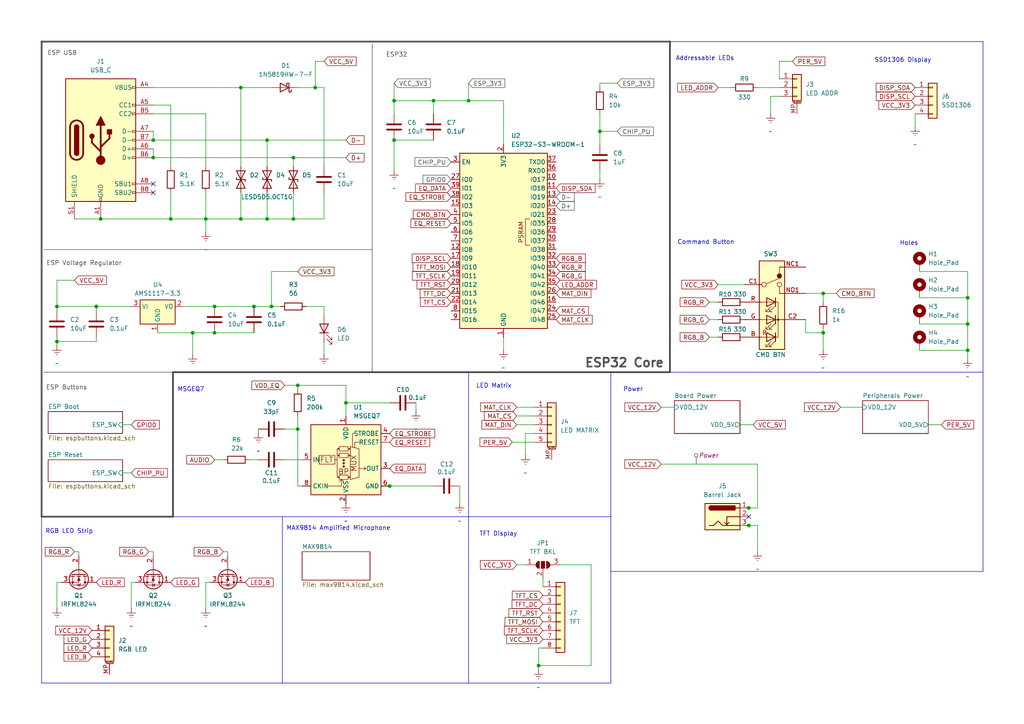
<source format=kicad_sch>
(kicad_sch (version 20231120) (generator "eeschema") (generator_version "8.0")
  (paper "A4")
  (junction (at 280.67 101.6))
  (junction (at 85.09 63.5))
  (junction (at 78.74 88.9))
  (junction (at 27.94 88.9))
  (junction (at 173.99 38.1))
  (junction (at 69.85 63.5))
  (junction (at 238.76 85.09))
  (junction (at 86.36 124.46))
  (junction (at 114.3 40.64))
  (junction (at 16.51 88.9))
  (junction (at 217.17 152.4))
  (junction (at 114.3 29.21))
  (junction (at 44.45 45.72))
  (junction (at 238.76 96.52))
  (junction (at 49.53 63.5))
  (junction (at 69.85 25.4))
  (junction (at 125.73 29.21))
  (junction (at 280.67 93.98))
  (junction (at 62.23 96.52))
  (junction (at 100.33 116.84))
  (junction (at 62.23 88.9))
  (junction (at 77.47 63.5))
  (junction (at 135.89 29.21))
  (junction (at 29.21 63.5))
  (junction (at 77.47 40.64))
  (junction (at 55.88 96.52))
  (junction (at 91.44 25.4))
  (junction (at 85.09 45.72))
  (junction (at 217.17 147.32))
  (junction (at 86.36 111.76))
  (junction (at 73.66 88.9))
  (junction (at 156.21 193.04))
  (junction (at 44.45 40.64))
  (junction (at 280.67 86.36))
  (junction (at 113.03 140.97))
  (junction (at 59.69 63.5))
  (junction (at 16.51 99.06))
  (no_connect (at 217.17 149.86))
  (no_connect (at 44.45 53.34))
  (no_connect (at 44.45 55.88))
  (wire (pts (xy 16.51 90.17) (xy 16.51 88.9)))
  (wire (pts (xy 265.43 33.02) (xy 265.43 36.83)))
  (polyline (pts (xy 12.7 107.95) (xy 50.165 107.95)) (stroke (width 0) (type solid) (color 72 72 72 1)))
  (wire (pts (xy 173.99 49.53) (xy 173.99 52.07)))
  (polyline (pts (xy 285.115 12.065) (xy 194.31 12.065)))
  (polyline (pts (xy 50.165 149.86) (xy 50.165 107.95)) (stroke (width 0.508) (type solid) (color 72 72 72 1)))
  (wire (pts (xy 16.51 168.91) (xy 16.51 176.53)))
  (wire (pts (xy 53.34 88.9) (xy 62.23 88.9)))
  (wire (pts (xy 100.33 116.84) (xy 100.33 120.65)))
  (wire (pts (xy 238.76 101.6) (xy 238.76 96.52)))
  (wire (pts (xy 85.09 55.88) (xy 85.09 63.5)))
  (wire (pts (xy 27.94 88.9) (xy 27.94 90.17)))
  (polyline (pts (xy 81.915 198.12) (xy 135.89 198.12)))
  (wire (pts (xy 69.85 48.26) (xy 69.85 25.4)))
  (polyline (pts (xy 177.165 149.86) (xy 177.165 198.12)))
  (wire (pts (xy 205.74 92.71) (xy 208.28 92.71)))
  (wire (pts (xy 82.55 133.35) (xy 87.63 133.35)))
  (wire (pts (xy 78.74 88.9) (xy 81.28 88.9)))
  (wire (pts (xy 44.45 40.64) (xy 77.47 40.64)))
  (wire (pts (xy 85.09 45.72) (xy 100.33 45.72)))
  (wire (pts (xy 114.3 40.64) (xy 125.73 40.64)))
  (polyline (pts (xy 81.915 149.86) (xy 81.915 198.12)))
  (wire (pts (xy 238.76 96.52) (xy 238.76 95.25)))
  (wire (pts (xy 219.71 147.32) (xy 217.17 147.32)))
  (polyline (pts (xy 177.165 107.95) (xy 177.165 149.86)))
  (wire (pts (xy 55.88 96.52) (xy 62.23 96.52)))
  (wire (pts (xy 156.21 193.04) (xy 156.21 194.31)))
  (wire (pts (xy 44.45 45.72) (xy 85.09 45.72)))
  (wire (pts (xy 173.99 33.02) (xy 173.99 38.1)))
  (wire (pts (xy 62.23 88.9) (xy 73.66 88.9)))
  (wire (pts (xy 85.09 45.72) (xy 85.09 48.26)))
  (wire (pts (xy 226.06 27.94) (xy 223.52 27.94)))
  (wire (pts (xy 266.7 86.36) (xy 280.67 86.36)))
  (wire (pts (xy 38.1 168.91) (xy 38.1 176.53)))
  (polyline (pts (xy 135.89 107.95) (xy 135.89 149.86)))
  (polyline (pts (xy 135.89 149.86) (xy 50.165 149.86)))
  (wire (pts (xy 242.57 85.09) (xy 238.76 85.09)))
  (wire (pts (xy 86.36 120.65) (xy 86.36 124.46)))
  (wire (pts (xy 62.23 133.35) (xy 64.77 133.35)))
  (wire (pts (xy 16.51 99.06) (xy 16.51 97.79)))
  (wire (pts (xy 148.59 128.27) (xy 154.94 128.27)))
  (wire (pts (xy 44.45 30.48) (xy 49.53 30.48)))
  (wire (pts (xy 171.45 163.83) (xy 162.56 163.83)))
  (wire (pts (xy 280.67 101.6) (xy 280.67 104.14)))
  (wire (pts (xy 280.67 93.98) (xy 280.67 101.6)))
  (wire (pts (xy 29.21 63.5) (xy 49.53 63.5)))
  (wire (pts (xy 114.3 29.21) (xy 125.73 29.21)))
  (wire (pts (xy 35.56 137.16) (xy 38.1 137.16)))
  (wire (pts (xy 86.36 111.76) (xy 100.33 111.76)))
  (wire (pts (xy 77.47 40.64) (xy 77.47 48.26)))
  (wire (pts (xy 21.59 81.28) (xy 16.51 81.28)))
  (wire (pts (xy 93.98 55.88) (xy 93.98 63.5)))
  (wire (pts (xy 74.93 125.73) (xy 74.93 124.46)))
  (wire (pts (xy 78.74 78.74) (xy 78.74 88.9)))
  (wire (pts (xy 208.28 82.55) (xy 215.9 82.55)))
  (wire (pts (xy 215.9 152.4) (xy 217.17 152.4)))
  (polyline (pts (xy 135.89 149.86) (xy 177.165 149.86)))
  (wire (pts (xy 280.67 86.36) (xy 280.67 93.98)))
  (wire (pts (xy 219.71 134.62) (xy 219.71 147.32)))
  (wire (pts (xy 133.35 140.97) (xy 133.35 146.05)))
  (wire (pts (xy 219.71 152.4) (xy 219.71 160.02)))
  (wire (pts (xy 59.69 63.5) (xy 59.69 67.31)))
  (wire (pts (xy 69.85 25.4) (xy 78.74 25.4)))
  (wire (pts (xy 91.44 17.78) (xy 93.98 17.78)))
  (polyline (pts (xy 107.95 12.7) (xy 107.95 72.39)) (stroke (width 0) (type solid) (color 72 72 72 1)))
  (wire (pts (xy 238.76 85.09) (xy 233.68 85.09)))
  (wire (pts (xy 173.99 38.1) (xy 179.07 38.1)))
  (wire (pts (xy 114.3 24.13) (xy 114.3 29.21)))
  (wire (pts (xy 266.7 78.74) (xy 280.67 78.74)))
  (wire (pts (xy 77.47 40.64) (xy 100.33 40.64)))
  (wire (pts (xy 21.59 63.5) (xy 29.21 63.5)))
  (polyline (pts (xy 12.7 72.39) (xy 107.95 72.39)) (stroke (width 0) (type solid) (color 72 72 72 1)))
  (wire (pts (xy 146.05 97.79) (xy 146.05 101.6)))
  (wire (pts (xy 233.68 92.71) (xy 233.68 96.52)))
  (wire (pts (xy 156.21 187.96) (xy 156.21 193.04)))
  (wire (pts (xy 156.21 187.96) (xy 157.48 187.96)))
  (wire (pts (xy 62.23 96.52) (xy 73.66 96.52)))
  (wire (pts (xy 16.51 88.9) (xy 27.94 88.9)))
  (wire (pts (xy 59.69 48.26) (xy 59.69 33.02)))
  (wire (pts (xy 17.78 168.91) (xy 16.51 168.91)))
  (wire (pts (xy 88.9 88.9) (xy 93.98 88.9)))
  (wire (pts (xy 157.48 167.64) (xy 157.48 170.18)))
  (wire (pts (xy 149.86 120.65) (xy 154.94 120.65)))
  (wire (pts (xy 93.98 25.4) (xy 91.44 25.4)))
  (wire (pts (xy 16.51 81.28) (xy 16.51 88.9)))
  (polyline (pts (xy 194.31 12.065) (xy 194.31 107.95)) (stroke (width 0.508) (type solid) (color 72 72 72 1)))
  (wire (pts (xy 21.59 160.02) (xy 22.86 160.02)))
  (wire (pts (xy 280.67 78.74) (xy 280.67 86.36)))
  (wire (pts (xy 44.45 38.1) (xy 44.45 40.64)))
  (wire (pts (xy 72.39 133.35) (xy 74.93 133.35)))
  (wire (pts (xy 82.55 111.76) (xy 86.36 111.76)))
  (wire (pts (xy 149.86 163.83) (xy 152.4 163.83)))
  (wire (pts (xy 125.73 29.21) (xy 135.89 29.21)))
  (polyline (pts (xy 177.165 165.735) (xy 285.115 165.735)))
  (wire (pts (xy 205.74 97.79) (xy 208.28 97.79)))
  (wire (pts (xy 217.17 147.32) (xy 215.9 147.32)))
  (polyline (pts (xy 177.165 198.12) (xy 135.89 198.12)))
  (wire (pts (xy 120.65 116.84) (xy 120.65 119.38)))
  (wire (pts (xy 77.47 63.5) (xy 69.85 63.5)))
  (wire (pts (xy 66.04 160.02) (xy 66.04 161.29)))
  (wire (pts (xy 64.77 160.02) (xy 66.04 160.02)))
  (wire (pts (xy 171.45 163.83) (xy 171.45 193.04)))
  (wire (pts (xy 100.33 111.76) (xy 100.33 116.84)))
  (wire (pts (xy 229.87 17.78) (xy 226.06 17.78)))
  (polyline (pts (xy 12.065 12.065) (xy 194.31 12.065)) (stroke (width 0.508) (type solid) (color 72 72 72 1)))
  (wire (pts (xy 110.49 140.97) (xy 113.03 140.97)))
  (wire (pts (xy 87.63 140.97) (xy 86.36 140.97)))
  (wire (pts (xy 44.45 43.18) (xy 44.45 45.72)))
  (wire (pts (xy 86.36 140.97) (xy 86.36 124.46)))
  (wire (pts (xy 49.53 55.88) (xy 49.53 63.5)))
  (wire (pts (xy 146.05 29.21) (xy 135.89 29.21)))
  (wire (pts (xy 93.98 99.06) (xy 93.98 102.87)))
  (wire (pts (xy 86.36 124.46) (xy 82.55 124.46)))
  (wire (pts (xy 69.85 55.88) (xy 69.85 63.5)))
  (wire (pts (xy 16.51 99.06) (xy 16.51 100.33)))
  (wire (pts (xy 243.84 118.11) (xy 250.19 118.11)))
  (wire (pts (xy 214.63 123.19) (xy 218.44 123.19)))
  (wire (pts (xy 93.98 48.26) (xy 93.98 25.4)))
  (wire (pts (xy 35.56 123.19) (xy 38.1 123.19)))
  (wire (pts (xy 55.88 96.52) (xy 55.88 102.87)))
  (polyline (pts (xy 12.065 12.065) (xy 12.065 149.86)) (stroke (width 0.508) (type solid) (color 72 72 72 1)))
  (wire (pts (xy 223.52 27.94) (xy 223.52 33.02)))
  (wire (pts (xy 22.86 160.02) (xy 22.86 161.29)))
  (wire (pts (xy 149.86 118.11) (xy 154.94 118.11)))
  (polyline (pts (xy 81.915 198.12) (xy 12.065 198.12)))
  (wire (pts (xy 45.72 96.52) (xy 55.88 96.52)))
  (wire (pts (xy 219.71 25.4) (xy 226.06 25.4)))
  (wire (pts (xy 60.96 168.91) (xy 59.69 168.91)))
  (wire (pts (xy 93.98 88.9) (xy 93.98 91.44)))
  (wire (pts (xy 208.28 25.4) (xy 212.09 25.4)))
  (wire (pts (xy 205.74 87.63) (xy 208.28 87.63)))
  (wire (pts (xy 146.05 41.91) (xy 146.05 29.21)))
  (polyline (pts (xy 12.065 198.12) (xy 12.065 149.86)))
  (wire (pts (xy 59.69 55.88) (xy 59.69 63.5)))
  (polyline (pts (xy 285.115 165.735) (xy 285.115 12.065)))
  (wire (pts (xy 59.69 33.02) (xy 44.45 33.02)))
  (wire (pts (xy 179.07 24.13) (xy 173.99 24.13)))
  (wire (pts (xy 149.86 123.19) (xy 154.94 123.19)))
  (wire (pts (xy 114.3 40.64) (xy 114.3 49.53)))
  (wire (pts (xy 113.03 140.97) (xy 125.73 140.97)))
  (wire (pts (xy 93.98 63.5) (xy 85.09 63.5)))
  (wire (pts (xy 266.7 93.98) (xy 280.67 93.98)))
  (wire (pts (xy 217.17 152.4) (xy 219.71 152.4)))
  (wire (pts (xy 171.45 193.04) (xy 156.21 193.04)))
  (wire (pts (xy 114.3 29.21) (xy 114.3 33.02)))
  (wire (pts (xy 86.36 111.76) (xy 86.36 113.03)))
  (wire (pts (xy 191.77 118.11) (xy 195.58 118.11)))
  (wire (pts (xy 77.47 55.88) (xy 77.47 63.5)))
  (wire (pts (xy 27.94 88.9) (xy 38.1 88.9)))
  (wire (pts (xy 73.66 88.9) (xy 78.74 88.9)))
  (wire (pts (xy 91.44 25.4) (xy 91.44 17.78)))
  (wire (pts (xy 49.53 30.48) (xy 49.53 48.26)))
  (wire (pts (xy 191.77 134.62) (xy 219.71 134.62)))
  (wire (pts (xy 125.73 29.21) (xy 125.73 33.02)))
  (wire (pts (xy 44.45 25.4) (xy 69.85 25.4)))
  (wire (pts (xy 238.76 85.09) (xy 238.76 87.63)))
  (wire (pts (xy 269.24 123.19) (xy 273.05 123.19)))
  (wire (pts (xy 49.53 63.5) (xy 59.69 63.5)))
  (wire (pts (xy 173.99 38.1) (xy 173.99 41.91)))
  (wire (pts (xy 135.89 24.13) (xy 135.89 29.21)))
  (polyline (pts (xy 107.95 72.39) (xy 107.95 107.95)) (stroke (width 0) (type solid) (color 72 72 72 1)))
  (wire (pts (xy 69.85 63.5) (xy 59.69 63.5)))
  (wire (pts (xy 59.69 168.91) (xy 59.69 176.53)))
  (wire (pts (xy 39.37 168.91) (xy 38.1 168.91)))
  (wire (pts (xy 27.94 99.06) (xy 27.94 97.79)))
  (polyline (pts (xy 135.89 149.86) (xy 135.89 198.12)))
  (wire (pts (xy 43.18 160.02) (xy 44.45 160.02)))
  (polyline (pts (xy 194.31 107.95) (xy 285.115 107.95)))
  (wire (pts (xy 266.7 101.6) (xy 280.67 101.6)))
  (wire (pts (xy 27.94 99.06) (xy 16.51 99.06)))
  (wire (pts (xy 226.06 17.78) (xy 226.06 22.86)))
  (polyline (pts (xy 194.31 107.95) (xy 50.165 107.95)) (stroke (width 0.508) (type solid) (color 72 72 72 1)))
  (wire (pts (xy 173.99 24.13) (xy 173.99 25.4)))
  (wire (pts (xy 152.4 125.73) (xy 152.4 132.08)))
  (wire (pts (xy 86.36 25.4) (xy 91.44 25.4)))
  (wire (pts (xy 113.03 116.84) (xy 100.33 116.84)))
  (wire (pts (xy 154.94 125.73) (xy 152.4 125.73)))
  (wire (pts (xy 86.36 78.74) (xy 78.74 78.74)))
  (wire (pts (xy 44.45 160.02) (xy 44.45 161.29)))
  (wire (pts (xy 85.09 63.5) (xy 77.47 63.5)))
  (wire (pts (xy 233.68 96.52) (xy 238.76 96.52)))
  (polyline (pts (xy 12.065 149.86) (xy 50.165 149.86)) (stroke (width 0.508) (type solid) (color 72 72 72 1)))
  (text "SSD1306 Display" (at 261.874 17.526 0) (effects (font (size 1.27 1.27))))
  (text "ESP32 Core" (at 181.102 105.41 0) (effects (font (size 2.54 2.54) (thickness 0.508) (bold yes))))
  (text "Power" (at 183.642 113.03 0) (effects (font (size 1.27 1.27))))
  (text "MAX9814 Amplified Microphone" (at 98.171 153.289 0) (effects (font (size 1.27 1.27))))
  (text "Command Button" (at 204.724 70.358 0) (effects (font (size 1.27 1.27))))
  (text "ESP32" (at 115.062 16.002 0) (effects (font (size 1.27 1.27))))
  (text "RGB LED Strip" (at 20.066 154.178 0) (effects (font (size 1.27 1.27))))
  (text "LED Matrix" (at 143.256 112.014 0) (effects (font (size 1.27 1.27))))
  (text "Holes" (at 263.652 70.612 0) (effects (font (size 1.27 1.27))))
  (text "Addressable LEDs" (at 204.47 17.018 0) (effects (font (size 1.27 1.27))))
  (text "ESP USB" (at 18.034 15.494 0) (effects (font (size 1.27 1.27))))
  (text "MSGEQ7" (at 55.372 113.03 0) (effects (font (size 1.27 1.27))))
  (text "ESP Buttons" (at 19.304 112.522 0) (effects (font (size 1.27 1.27))))
  (text "ESP Voltage Regulator" (at 24.384 76.454 0) (effects (font (size 1.27 1.27))))
  (text "TFT Display" (at 144.526 154.94 0) (effects (font (size 1.27 1.27))))
  (global_label "D+" (shape input) (at 161.29 59.69 0) (property "Intersheetrefs" "${INTERSHEET_REFS}" (effects (hide yes))))
  (global_label "VCC_3V3" (shape input) (at 157.48 185.42 180) (property "Intersheetrefs" "${INTERSHEET_REFS}" (effects (hide yes))))
  (global_label "RGB_B" (shape input) (at 161.29 74.93 0) (property "Intersheetrefs" "${INTERSHEET_REFS}" (effects (hide yes))))
  (global_label "PER_5V" (shape input) (at 273.05 123.19 0) (property "Intersheetrefs" "${INTERSHEET_REFS}" (effects (hide yes))))
  (global_label "LED_ADDR" (shape input) (at 208.28 25.4 180) (property "Intersheetrefs" "${INTERSHEET_REFS}" (effects (hide yes))))
  (global_label "TFT_MOSI" (shape input) (at 130.81 77.47 180) (property "Intersheetrefs" "${INTERSHEET_REFS}" (effects (hide yes))))
  (global_label "ESP_3V3" (shape input) (at 179.07 24.13 0) (property "Intersheetrefs" "${INTERSHEET_REFS}" (effects (hide yes))))
  (global_label "LED_R" (shape input) (at 26.67 187.96 180) (property "Intersheetrefs" "${INTERSHEET_REFS}" (effects (hide yes))))
  (global_label "EQ_RESET" (shape input) (at 113.03 128.27 0) (property "Intersheetrefs" "${INTERSHEET_REFS}" (effects (hide yes))))
  (global_label "GPIO0" (shape input) (at 130.81 52.07 180) (property "Intersheetrefs" "${INTERSHEET_REFS}" (effects (hide yes))))
  (global_label "D+" (shape input) (at 100.33 45.72 0) (property "Intersheetrefs" "${INTERSHEET_REFS}" (effects (hide yes))))
  (global_label "VCC_12V" (shape input) (at 191.77 118.11 180) (property "Intersheetrefs" "${INTERSHEET_REFS}" (effects (hide yes))))
  (global_label "LED_ADDR" (shape input) (at 161.29 82.55 0) (property "Intersheetrefs" "${INTERSHEET_REFS}" (effects (hide yes))))
  (global_label "DISP_SDA" (shape input) (at 265.43 25.4 180) (property "Intersheetrefs" "${INTERSHEET_REFS}" (effects (hide yes))))
  (global_label "RGB_B" (shape input) (at 205.74 97.79 180) (property "Intersheetrefs" "${INTERSHEET_REFS}" (effects (hide yes))))
  (global_label "D-" (shape input) (at 100.33 40.64 0) (property "Intersheetrefs" "${INTERSHEET_REFS}" (effects (hide yes))))
  (global_label "RGB_G" (shape input) (at 205.74 92.71 180) (property "Intersheetrefs" "${INTERSHEET_REFS}" (effects (hide yes))))
  (global_label "DISP_SCL" (shape input) (at 130.81 74.93 180) (property "Intersheetrefs" "${INTERSHEET_REFS}" (effects (hide yes))))
  (global_label "RGB_R" (shape input) (at 21.59 160.02 180) (property "Intersheetrefs" "${INTERSHEET_REFS}" (effects (hide yes))))
  (global_label "DISP_SDA" (shape input) (at 161.29 54.61 0) (property "Intersheetrefs" "${INTERSHEET_REFS}" (effects (hide yes))))
  (global_label "VCC_3V3" (shape input) (at 149.86 163.83 180) (property "Intersheetrefs" "${INTERSHEET_REFS}" (effects (hide yes))))
  (global_label "MAT_DIN" (shape input) (at 161.29 85.09 0) (property "Intersheetrefs" "${INTERSHEET_REFS}" (effects (hide yes))))
  (global_label "TFT_CS" (shape input) (at 157.48 172.72 180) (property "Intersheetrefs" "${INTERSHEET_REFS}" (effects (hide yes))))
  (global_label "TFT_MOSI" (shape input) (at 157.48 180.34 180) (property "Intersheetrefs" "${INTERSHEET_REFS}" (effects (hide yes))))
  (global_label "EQ_RESET" (shape input) (at 130.81 64.77 180) (property "Intersheetrefs" "${INTERSHEET_REFS}" (effects (hide yes))))
  (global_label "PER_5V" (shape input) (at 229.87 17.78 0) (property "Intersheetrefs" "${INTERSHEET_REFS}" (effects (hide yes))))
  (global_label "LED_B" (shape input) (at 71.12 168.91 0) (property "Intersheetrefs" "${INTERSHEET_REFS}" (effects (hide yes))))
  (global_label "CHIP_PU" (shape input) (at 38.1 137.16 0) (property "Intersheetrefs" "${INTERSHEET_REFS}" (effects (hide yes))))
  (global_label "MAT_CLK" (shape input) (at 161.29 92.71 0) (property "Intersheetrefs" "${INTERSHEET_REFS}" (effects (hide yes))))
  (global_label "MAT_CS" (shape input) (at 161.29 90.17 0) (property "Intersheetrefs" "${INTERSHEET_REFS}" (effects (hide yes))))
  (global_label "EQ_STROBE" (shape input) (at 130.81 57.15 180) (property "Intersheetrefs" "${INTERSHEET_REFS}" (effects (hide yes))))
  (global_label "VCC_5V" (shape input) (at 218.44 123.19 0) (property "Intersheetrefs" "${INTERSHEET_REFS}" (effects (hide yes))))
  (global_label "EQ_DATA" (shape input) (at 113.03 135.89 0) (property "Intersheetrefs" "${INTERSHEET_REFS}" (effects (hide yes))))
  (global_label "VCC_5V" (shape input) (at 21.59 81.28 0) (property "Intersheetrefs" "${INTERSHEET_REFS}" (effects (hide yes))))
  (global_label "VCC_3V3" (shape input) (at 265.43 30.48 180) (property "Intersheetrefs" "${INTERSHEET_REFS}" (effects (hide yes))))
  (global_label "AUDIO" (shape input) (at 62.23 133.35 180) (property "Intersheetrefs" "${INTERSHEET_REFS}" (effects (hide yes))))
  (global_label "CMD_BTN" (shape input) (at 130.81 62.23 180) (property "Intersheetrefs" "${INTERSHEET_REFS}" (effects (hide yes))))
  (global_label "LED_B" (shape input) (at 26.67 190.5 180) (property "Intersheetrefs" "${INTERSHEET_REFS}" (effects (hide yes))))
  (global_label "ESP_3V3" (shape input) (at 135.89 24.13 0) (property "Intersheetrefs" "${INTERSHEET_REFS}" (effects (hide yes))))
  (global_label "TFT_SCLK" (shape input) (at 130.81 80.01 180) (property "Intersheetrefs" "${INTERSHEET_REFS}" (effects (hide yes))))
  (global_label "VCC_12V" (shape input) (at 26.67 182.88 180) (property "Intersheetrefs" "${INTERSHEET_REFS}" (effects (hide yes))))
  (global_label "DISP_SCL" (shape input) (at 265.43 27.94 180) (property "Intersheetrefs" "${INTERSHEET_REFS}" (effects (hide yes))))
  (global_label "TFT_RST" (shape input) (at 130.81 82.55 180) (property "Intersheetrefs" "${INTERSHEET_REFS}" (effects (hide yes))))
  (global_label "RGB_R" (shape input) (at 205.74 87.63 180) (property "Intersheetrefs" "${INTERSHEET_REFS}" (effects (hide yes))))
  (global_label "CMD_BTN" (shape input) (at 242.57 85.09 0) (property "Intersheetrefs" "${INTERSHEET_REFS}" (effects (hide yes))))
  (global_label "RGB_B" (shape input) (at 64.77 160.02 180) (property "Intersheetrefs" "${INTERSHEET_REFS}" (effects (hide yes))))
  (global_label "CHIP_PU" (shape input) (at 130.81 46.99 180) (property "Intersheetrefs" "${INTERSHEET_REFS}" (effects (hide yes))))
  (global_label "MAT_CS" (shape input) (at 149.86 120.65 180) (property "Intersheetrefs" "${INTERSHEET_REFS}" (effects (hide yes))))
  (global_label "GPIO0" (shape input) (at 38.1 123.19 0) (property "Intersheetrefs" "${INTERSHEET_REFS}" (effects (hide yes))))
  (global_label "TFT_RST" (shape input) (at 157.48 177.8 180) (property "Intersheetrefs" "${INTERSHEET_REFS}" (effects (hide yes))))
  (global_label "EQ_STROBE" (shape input) (at 113.03 125.73 0) (property "Intersheetrefs" "${INTERSHEET_REFS}" (effects (hide yes))))
  (global_label "TFT_SCLK" (shape input) (at 157.48 182.88 180) (property "Intersheetrefs" "${INTERSHEET_REFS}" (effects (hide yes))))
  (global_label "VCC_3V3" (shape input) (at 208.28 82.55 180) (property "Intersheetrefs" "${INTERSHEET_REFS}" (effects (hide yes))))
  (global_label "RGB_G" (shape input) (at 161.29 80.01 0) (property "Intersheetrefs" "${INTERSHEET_REFS}" (effects (hide yes))))
  (global_label "VCC_12V" (shape input) (at 191.77 134.62 180) (property "Intersheetrefs" "${INTERSHEET_REFS}" (effects (hide yes))))
  (global_label "CHIP_PU" (shape input) (at 179.07 38.1 0) (property "Intersheetrefs" "${INTERSHEET_REFS}" (effects (hide yes))))
  (global_label "LED_G" (shape input) (at 49.53 168.91 0) (property "Intersheetrefs" "${INTERSHEET_REFS}" (effects (hide yes))))
  (global_label "D-" (shape input) (at 161.29 57.15 0) (property "Intersheetrefs" "${INTERSHEET_REFS}" (effects (hide yes))))
  (global_label "TFT_CS" (shape input) (at 130.81 87.63 180) (property "Intersheetrefs" "${INTERSHEET_REFS}" (effects (hide yes))))
  (global_label "MAT_CLK" (shape input) (at 149.86 118.11 180) (property "Intersheetrefs" "${INTERSHEET_REFS}" (effects (hide yes))))
  (global_label "LED_G" (shape input) (at 26.67 185.42 180) (property "Intersheetrefs" "${INTERSHEET_REFS}" (effects (hide yes))))
  (global_label "VCC_5V" (shape input) (at 93.98 17.78 0) (property "Intersheetrefs" "${INTERSHEET_REFS}" (effects (hide yes))))
  (global_label "TFT_DC" (shape input) (at 130.81 85.09 180) (property "Intersheetrefs" "${INTERSHEET_REFS}" (effects (hide yes))))
  (global_label "VCC_12V" (shape input) (at 243.84 118.11 180) (property "Intersheetrefs" "${INTERSHEET_REFS}" (effects (hide yes))))
  (global_label "LED_R" (shape input) (at 27.94 168.91 0) (property "Intersheetrefs" "${INTERSHEET_REFS}" (effects (hide yes))))
  (global_label "TFT_DC" (shape input) (at 157.48 175.26 180) (property "Intersheetrefs" "${INTERSHEET_REFS}" (effects (hide yes))))
  (global_label "RGB_G" (shape input) (at 43.18 160.02 180) (property "Intersheetrefs" "${INTERSHEET_REFS}" (effects (hide yes))))
  (global_label "EQ_DATA" (shape input) (at 130.81 54.61 180) (property "Intersheetrefs" "${INTERSHEET_REFS}" (effects (hide yes))))
  (global_label "VCC_3V3" (shape input) (at 114.3 24.13 0) (property "Intersheetrefs" "${INTERSHEET_REFS}" (effects (hide yes))))
  (global_label "VCC_3V3" (shape input) (at 86.36 78.74 0) (property "Intersheetrefs" "${INTERSHEET_REFS}" (effects (hide yes))))
  (global_label "PER_5V" (shape input) (at 148.59 128.27 180) (property "Intersheetrefs" "${INTERSHEET_REFS}" (effects (hide yes))))
  (global_label "RGB_R" (shape input) (at 161.29 77.47 0) (property "Intersheetrefs" "${INTERSHEET_REFS}" (effects (hide yes))))
  (global_label "MAT_DIN" (shape input) (at 149.86 123.19 180) (property "Intersheetrefs" "${INTERSHEET_REFS}" (effects (hide yes))))
  (global_label "VDD_EQ" (shape input) (at 82.55 111.76 180) (property "Intersheetrefs" "${INTERSHEET_REFS}" (effects (hide yes))))
  (netclass_flag "" (length 2.54) (shape round) (at 201.93 134.62 0) (property "Netclass" "Power" (at 202.6285 132.08 0) (effects (font (italic yes)) (justify left))))
  (symbol (lib_id "power:GNDREF") (at 120.65 119.38 0) (unit 1)
    (property "Reference" "#PWR015" (effects (hide yes)))
    (property "Value" "~" (at 120.65 124.46 0))
    (property "Description" "Power symbol creates a global label with name \"GNDREF\" , reference supply ground" (effects (hide yes)))
  )
  (symbol (lib_id "Device:C") (at 73.66 92.71 0) (unit 1)
    (property "Reference" "C5" (at 77.47 91.4399 0) (effects (justify left)))
    (property "Value" "0.1uF" (at 77.47 93.9799 0) (effects (justify left)))
    (property "Footprint" "Capacitor_SMD:C_0603_1608Metric" (effects (hide yes)))
    (property "Description" "Unpolarized capacitor" (effects (hide yes)))
  )
  (symbol (lib_id "Transistor_FET:IRF7665S2") (at 44.45 166.37 270) (unit 1)
    (property "Reference" "Q2" (at 44.45 172.72 90))
    (property "Value" "IRFML8244" (at 44.45 175.26 90))
    (property "Footprint" "Package_TO_SOT_SMD:SOT-23" (effects (hide yes)))
    (property "Datasheet" "https://www.infineon.com/dgdl/irf7665s2pbf.pdf?fileId=5546d462533600a401535603d3ba1c86" (effects (hide yes)))
    (property "Description" "14.4A Id, 100V Vds, 62mOhm Rds, N-Channel MOSFET, DirectFET SB" (effects (hide yes)))
  )
  (symbol (lib_id "Device:R") (at 49.53 52.07 0) (unit 1)
    (property "Reference" "R1" (at 52.07 50.7999 0) (effects (justify left)))
    (property "Value" "5.1K" (at 52.07 53.3399 0) (effects (justify left)))
    (property "Footprint" "Resistor_SMD:R_0603_1608Metric" (effects (hide yes)))
    (property "Description" "Resistor" (effects (hide yes)))
  )
  (symbol (lib_id "Device:D_TVS") (at 77.47 52.07 90) (unit 1)
    (property "Reference" "D4" (at 80.01 50.7999 90) (effects (justify right)))
    (property "Value" "LESD5D5.0CT1G" (at 69.85 56.388 90) (effects (justify right bottom)))
    (property "Footprint" "Diode_SMD:D_SOD-523" (effects (hide yes)))
    (property "Description" "Bidirectional transient-voltage-suppression diode" (effects (hide yes)))
  )
  (symbol (lib_id "Device:C") (at 114.3 36.83 0) (unit 1)
    (property "Reference" "C6" (at 118.11 35.5599 0) (effects (justify left)))
    (property "Value" "10uF" (at 118.11 38.0999 0) (effects (justify left)))
    (property "Footprint" "Capacitor_SMD:C_0603_1608Metric" (effects (hide yes)))
    (property "Description" "Unpolarized capacitor" (effects (hide yes)))
  )
  (symbol (lib_id "Device:C") (at 62.23 92.71 0) (unit 1)
    (property "Reference" "C4" (at 66.04 91.4399 0) (effects (justify left)))
    (property "Value" "10uF" (at 66.04 93.9799 0) (effects (justify left)))
    (property "Footprint" "Capacitor_SMD:C_0603_1608Metric" (effects (hide yes)))
    (property "Description" "Unpolarized capacitor" (effects (hide yes)))
  )
  (symbol (lib_id "Mechanical:MountingHole_Pad") (at 266.7 83.82 0) (unit 1) (exclude_from_sim yes) (in_bom no)
    (property "Reference" "H2" (at 269.24 81.2799 0) (effects (justify left)))
    (property "Value" "Hole_Pad" (at 269.24 83.8199 0) (effects (justify left)))
    (property "Footprint" "MountingHole:MountingHole_3.2mm_M3_ISO7380_Pad" (effects (hide yes)))
    (property "Description" "Mounting Hole with connection" (effects (hide yes)))
  )
  (symbol (lib_id "Device:C") (at 16.51 93.98 0) (unit 1)
    (property "Reference" "C2" (at 20.32 92.7099 0) (effects (justify left)))
    (property "Value" "10uF" (at 20.32 95.2499 0) (effects (justify left)))
    (property "Footprint" "Capacitor_SMD:C_0603_1608Metric" (effects (hide yes)))
    (property "Description" "Unpolarized capacitor" (effects (hide yes)))
  )
  (symbol (lib_id "Device:R") (at 238.76 91.44 180) (unit 1)
    (property "Reference" "R16" (at 241.3 90.1699 0) (effects (justify right)))
    (property "Value" "1k" (at 241.3 92.7099 0) (effects (justify right)))
    (property "Footprint" "Resistor_SMD:R_0603_1608Metric" (effects (hide yes)))
    (property "Description" "Resistor" (effects (hide yes)))
  )
  (symbol (lib_id "power:GNDREF") (at 59.69 176.53 0) (unit 1)
    (property "Reference" "#PWR022" (effects (hide yes)))
    (property "Value" "~" (at 59.69 181.61 0))
    (property "Description" "Power symbol creates a global label with name \"GNDREF\" , reference supply ground" (effects (hide yes)))
  )
  (symbol (lib_id "power:GNDREF") (at 114.3 49.53 0) (unit 1)
    (property "Reference" "#PWR011" (effects (hide yes)))
    (property "Value" "~" (at 114.3 54.61 0))
    (property "Description" "Power symbol creates a global label with name \"GNDREF\" , reference supply ground" (effects (hide yes)))
  )
  (symbol (lib_id "Regulator_Linear:AMS1117-3.3") (at 45.72 88.9 0) (unit 1)
    (property "Reference" "U4" (at 45.72 82.55 0))
    (property "Value" "AMS1117-3.3" (at 45.72 85.09 0))
    (property "Footprint" "Package_TO_SOT_SMD:SOT-223-3_TabPin2" (effects (hide yes)))
    (property "Datasheet" "http://www.advanced-monolithic.com/pdf/ds1117.pdf" (effects (hide yes)))
    (property "Description" "1A Low Dropout regulator, positive, 3.3V fixed output, SOT-223" (effects (hide yes)))
  )
  (symbol (lib_id "Device:D_Schottky") (at 82.55 25.4 180) (unit 1)
    (property "Reference" "D1" (at 82.8675 19.05 0))
    (property "Value" "1N5819HW-7-F" (at 82.8675 21.59 0))
    (property "Footprint" "Diode_SMD:D_SOD-123" (effects (hide yes)))
    (property "Description" "Schottky diode" (effects (hide yes)))
  )
  (symbol (lib_id "power:GNDREF") (at 156.21 194.31 0) (unit 1)
    (property "Reference" "#PWR031" (effects (hide yes)))
    (property "Value" "~" (at 156.21 199.39 0))
    (property "Description" "Power symbol creates a global label with name \"GNDREF\" , reference supply ground" (effects (hide yes)))
  )
  (symbol (lib_id "power:GNDREF") (at 59.69 67.31 0) (unit 1)
    (property "Reference" "#PWR02" (effects (hide yes)))
    (property "Value" "~" (at 59.69 72.39 0))
    (property "Description" "Power symbol creates a global label with name \"GNDREF\" , reference supply ground" (effects (hide yes)))
  )
  (symbol (lib_id "Connector:USB_C_Receptacle_USB2.0_16P") (at 29.21 40.64 0) (unit 1)
    (property "Reference" "J1" (at 29.21 17.78 0))
    (property "Value" "USB_C" (at 29.21 20.32 0))
    (property "Footprint" "Connector_USB:USB_C_Receptacle_Palconn_UTC16-G" (effects (hide yes)))
    (property "Datasheet" "https://www.usb.org/sites/default/files/documents/usb_type-c.zip" (effects (hide yes)))
    (property "Description" "USB 2.0-only 16P Type-C Receptacle connector" (effects (hide yes)))
  )
  (symbol (lib_id "Iguana_Library:RGB_SWITCH_COMCATH") (at 223.52 87.63 0) (unit 1)
    (property "Reference" "SW3" (at 223.52 73.66 0))
    (property "Value" "CMD BTN" (at 223.52 102.87 0))
    (property "Footprint" "IguanaLibrary:SW_RGB_JST_SH" (effects (hide yes)))
  )
  (symbol (lib_id "power:GNDREF") (at 93.98 102.87 0) (unit 1)
    (property "Reference" "#PWR010" (effects (hide yes)))
    (property "Value" "~" (at 93.98 107.95 0))
    (property "Description" "Power symbol creates a global label with name \"GNDREF\" , reference supply ground" (effects (hide yes)))
  )
  (symbol (lib_id "Device:R") (at 212.09 87.63 270) (unit 1)
    (property "Reference" "R10" (at 210.312 85.344 90))
    (property "Value" "330" (at 214.63 85.344 90))
    (property "Footprint" "Resistor_SMD:R_0603_1608Metric" (effects (hide yes)))
    (property "Description" "Resistor" (effects (hide yes)))
  )
  (symbol (lib_id "Device:C") (at 27.94 93.98 0) (unit 1)
    (property "Reference" "C3" (at 31.75 92.7099 0) (effects (justify left)))
    (property "Value" "0.1uF" (at 31.75 95.2499 0) (effects (justify left)))
    (property "Footprint" "Capacitor_SMD:C_0603_1608Metric" (effects (hide yes)))
    (property "Description" "Unpolarized capacitor" (effects (hide yes)))
  )
  (symbol (lib_id "power:GNDREF") (at 55.88 102.87 0) (unit 1)
    (property "Reference" "#PWR09" (effects (hide yes)))
    (property "Value" "~" (at 55.88 107.95 0))
    (property "Description" "Power symbol creates a global label with name \"GNDREF\" , reference supply ground" (effects (hide yes)))
  )
  (symbol (lib_id "Device:LED") (at 93.98 95.25 90) (unit 1)
    (property "Reference" "D6" (at 97.79 95.5674 90) (effects (justify right)))
    (property "Value" "LED" (at 97.79 98.1074 90) (effects (justify right)))
    (property "Footprint" "LED_SMD:LED_0603_1608Metric" (effects (hide yes)))
    (property "Description" "Light emitting diode" (effects (hide yes)))
  )
  (symbol (lib_id "Mechanical:MountingHole_Pad") (at 266.7 99.06 0) (unit 1) (exclude_from_sim yes) (in_bom no)
    (property "Reference" "H4" (at 269.24 96.5199 0) (effects (justify left)))
    (property "Value" "Hole_Pad" (at 269.24 99.0599 0) (effects (justify left)))
    (property "Footprint" "MountingHole:MountingHole_3.2mm_M3_ISO7380_Pad" (effects (hide yes)))
    (property "Description" "Mounting Hole with connection" (effects (hide yes)))
  )
  (symbol (lib_id "Device:C") (at 125.73 36.83 0) (unit 1)
    (property "Reference" "C7" (at 129.54 35.5599 0) (effects (justify left)))
    (property "Value" "0.1uF" (at 129.54 38.0999 0) (effects (justify left)))
    (property "Footprint" "Capacitor_SMD:C_0603_1608Metric" (effects (hide yes)))
    (property "Description" "Unpolarized capacitor" (effects (hide yes)))
  )
  (symbol (lib_id "Device:D_TVS") (at 69.85 52.07 90) (unit 1)
    (property "Reference" "D2" (at 72.39 50.7999 90) (effects (justify right)))
    (property "Value" "LESD5D5.0CT1G" (effects (hide yes)))
    (property "Footprint" "Diode_SMD:D_SOD-523" (effects (hide yes)))
    (property "Description" "Bidirectional transient-voltage-suppression diode" (effects (hide yes)))
  )
  (symbol (lib_id "Connector_Generic_MountingPin:Conn_01x03_MountingPin") (at 231.14 25.4 0) (unit 1)
    (property "Reference" "J3" (at 233.68 24.4855 0) (effects (justify left)))
    (property "Value" "LED ADDR" (at 233.68 27.0255 0) (effects (justify left)))
    (property "Footprint" "Connector_JST:JST_SH_SM03B-SRSS-TB_1x03-1MP_P1.00mm_Horizontal" (effects (hide yes)))
    (property "Description" "Generic connectable mounting pin connector, single row, 01x03, script generated (kicad-library-utils/schlib/autogen/connector/)" (effects (hide yes)))
  )
  (symbol (lib_id "power:GNDREF") (at 100.33 146.05 0) (unit 1)
    (property "Reference" "#PWR016" (effects (hide yes)))
    (property "Value" "~" (at 100.33 151.13 0))
    (property "Description" "Power symbol creates a global label with name \"GNDREF\" , reference supply ground" (effects (hide yes)))
  )
  (symbol (lib_id "Audio:MSGEQ7") (at 100.33 133.35 0) (unit 1)
    (property "Reference" "U1" (at 102.5241 118.11 0) (effects (justify left)))
    (property "Value" "MSGEQ7" (at 102.5241 120.65 0) (effects (justify left)))
    (property "Footprint" "Package_DIP:DIP-8_W7.62mm_Socket" (effects (hide yes)))
    (property "Datasheet" "http://mix-sig.com/images/datasheets/MSGEQ7.pdf" (effects (hide yes)))
    (property "Description" "Seven Band Graphic Equalizer, DIP-8/SOIC-8" (effects (hide yes)))
  )
  (symbol (lib_id "Transistor_FET:IRF7665S2") (at 66.04 166.37 270) (unit 1)
    (property "Reference" "Q3" (at 66.04 172.72 90))
    (property "Value" "IRFML8244" (at 66.04 175.26 90))
    (property "Footprint" "Package_TO_SOT_SMD:SOT-23" (effects (hide yes)))
    (property "Datasheet" "https://www.infineon.com/dgdl/irf7665s2pbf.pdf?fileId=5546d462533600a401535603d3ba1c86" (effects (hide yes)))
    (property "Description" "14.4A Id, 100V Vds, 62mOhm Rds, N-Channel MOSFET, DirectFET SB" (effects (hide yes)))
  )
  (symbol (lib_id "power:GNDREF") (at 223.52 33.02 0) (unit 1)
    (property "Reference" "#PWR019" (effects (hide yes)))
    (property "Value" "~" (at 223.52 38.1 0))
    (property "Description" "Power symbol creates a global label with name \"GNDREF\" , reference supply ground" (effects (hide yes)))
  )
  (symbol (lib_id "Device:C") (at 173.99 45.72 0) (unit 1)
    (property "Reference" "C8" (at 177.8 44.4499 0) (effects (justify left)))
    (property "Value" "1uF" (at 177.8 46.9899 0) (effects (justify left)))
    (property "Footprint" "Capacitor_SMD:C_0603_1608Metric" (effects (hide yes)))
    (property "Description" "Unpolarized capacitor" (effects (hide yes)))
  )
  (symbol (lib_id "Device:R") (at 173.99 29.21 180) (unit 1)
    (property "Reference" "R4" (at 176.53 27.9399 0) (effects (justify right)))
    (property "Value" "10k" (at 176.53 30.4799 0) (effects (justify right)))
    (property "Footprint" "Resistor_SMD:R_0603_1608Metric" (effects (hide yes)))
    (property "Description" "Resistor" (effects (hide yes)))
  )
  (symbol (lib_id "Device:R") (at 68.58 133.35 270) (unit 1)
    (property "Reference" "R6" (at 68.58 127.508 90))
    (property "Value" "22k" (at 68.834 130.048 90))
    (property "Footprint" "Resistor_SMD:R_0603_1608Metric" (effects (hide yes)))
    (property "Description" "Resistor" (effects (hide yes)))
  )
  (symbol (lib_id "Mechanical:MountingHole_Pad") (at 266.7 76.2 0) (unit 1) (exclude_from_sim yes) (in_bom no)
    (property "Reference" "H1" (at 269.24 73.6599 0) (effects (justify left)))
    (property "Value" "Hole_Pad" (at 269.24 76.1999 0) (effects (justify left)))
    (property "Footprint" "MountingHole:MountingHole_3.2mm_M3_ISO7380_Pad" (effects (hide yes)))
    (property "Description" "Mounting Hole with connection" (effects (hide yes)))
  )
  (symbol (lib_id "Device:C") (at 93.98 52.07 0) (unit 1)
    (property "Reference" "C1" (at 97.79 50.7999 0) (effects (justify left)))
    (property "Value" "10uF" (at 97.79 53.3399 0) (effects (justify left)))
    (property "Footprint" "Capacitor_SMD:C_0603_1608Metric" (effects (hide yes)))
    (property "Description" "Unpolarized capacitor" (effects (hide yes)))
  )
  (symbol (lib_id "Device:C") (at 78.74 133.35 90) (unit 1)
    (property "Reference" "C11" (at 78.74 137.16 90))
    (property "Value" "0.1uF" (at 78.74 139.446 90))
    (property "Footprint" "Capacitor_SMD:C_0603_1608Metric" (effects (hide yes)))
    (property "Description" "Unpolarized capacitor" (effects (hide yes)))
  )
  (symbol (lib_id "power:GNDREF") (at 146.05 101.6 0) (unit 1)
    (property "Reference" "#PWR013" (effects (hide yes)))
    (property "Value" "~" (at 146.05 106.68 0))
    (property "Description" "Power symbol creates a global label with name \"GNDREF\" , reference supply ground" (effects (hide yes)))
  )
  (symbol (lib_id "Device:R") (at 215.9 25.4 90) (unit 1)
    (property "Reference" "R9" (at 215.9 22.86 90))
    (property "Value" "330" (at 215.9 28.194 90))
    (property "Footprint" "Resistor_SMD:R_0603_1608Metric" (effects (hide yes)))
    (property "Description" "Resistor" (effects (hide yes)))
  )
  (symbol (lib_id "power:GNDREF") (at 238.76 101.6 0) (unit 1)
    (property "Reference" "#PWR038" (effects (hide yes)))
    (property "Value" "~" (at 238.76 106.68 0))
    (property "Description" "Power symbol creates a global label with name \"GNDREF\" , reference supply ground" (effects (hide yes)))
  )
  (symbol (lib_id "Device:R") (at 59.69 52.07 0) (unit 1)
    (property "Reference" "R2" (at 62.23 50.7999 0) (effects (justify left)))
    (property "Value" "5.1K" (at 62.23 53.3399 0) (effects (justify left)))
    (property "Footprint" "Resistor_SMD:R_0603_1608Metric" (effects (hide yes)))
    (property "Description" "Resistor" (effects (hide yes)))
  )
  (symbol (lib_id "power:GNDREF") (at 16.51 100.33 0) (unit 1)
    (property "Reference" "#PWR08" (effects (hide yes)))
    (property "Value" "~" (at 16.51 105.41 0))
    (property "Description" "Power symbol creates a global label with name \"GNDREF\" , reference supply ground" (effects (hide yes)))
  )
  (symbol (lib_id "Transistor_FET:IRF7665S2") (at 22.86 166.37 270) (unit 1)
    (property "Reference" "Q1" (at 22.86 172.72 90))
    (property "Value" "IRFML8244" (at 22.86 175.26 90))
    (property "Footprint" "Package_TO_SOT_SMD:SOT-23" (effects (hide yes)))
    (property "Datasheet" "https://www.infineon.com/dgdl/irf7665s2pbf.pdf?fileId=5546d462533600a401535603d3ba1c86" (effects (hide yes)))
    (property "Description" "14.4A Id, 100V Vds, 62mOhm Rds, N-Channel MOSFET, DirectFET SB" (effects (hide yes)))
  )
  (symbol (lib_id "Device:R") (at 86.36 116.84 180) (unit 1)
    (property "Reference" "R5" (at 88.9 115.5699 0) (effects (justify right)))
    (property "Value" "200k" (at 88.9 118.1099 0) (effects (justify right)))
    (property "Footprint" "Resistor_SMD:R_0603_1608Metric" (effects (hide yes)))
    (property "Description" "Resistor" (effects (hide yes)))
  )
  (symbol (lib_id "power:GNDREF") (at 152.4 132.08 0) (unit 1)
    (property "Reference" "#PWR028" (effects (hide yes)))
    (property "Value" "~" (at 152.4 137.16 0))
    (property "Description" "Power symbol creates a global label with name \"GNDREF\" , reference supply ground" (effects (hide yes)))
  )
  (symbol (lib_id "power:GNDREF") (at 280.67 104.14 0) (unit 1)
    (property "Reference" "#PWR037" (effects (hide yes)))
    (property "Value" "~" (at 280.67 109.22 0))
    (property "Description" "Power symbol creates a global label with name \"GNDREF\" , reference supply ground" (effects (hide yes)))
  )
  (symbol (lib_id "Device:C") (at 78.74 124.46 90) (unit 1)
    (property "Reference" "C9" (at 78.74 116.84 90))
    (property "Value" "33pF" (at 78.74 119.38 90))
    (property "Footprint" "Capacitor_SMD:C_0603_1608Metric" (effects (hide yes)))
    (property "Description" "Unpolarized capacitor" (effects (hide yes)))
  )
  (symbol (lib_id "power:GNDREF") (at 265.43 36.83 0) (unit 1)
    (property "Reference" "#PWR030" (effects (hide yes)))
    (property "Value" "~" (at 265.43 41.91 0))
    (property "Description" "Power symbol creates a global label with name \"GNDREF\" , reference supply ground" (effects (hide yes)))
  )
  (symbol (lib_id "Connector_Generic_MountingPin:Conn_01x05_MountingPin") (at 160.02 123.19 0) (unit 1)
    (property "Reference" "J4" (at 162.56 122.2755 0) (effects (justify left)))
    (property "Value" "LED MATRIX" (at 162.56 124.8155 0) (effects (justify left)))
    (property "Footprint" "Connector_JST:JST_SH_SM05B-SRSS-TB_1x05-1MP_P1.00mm_Horizontal" (effects (hide yes)))
    (property "Description" "Generic connectable mounting pin connector, single row, 01x05, script generated (kicad-library-utils/schlib/autogen/connector/)" (effects (hide yes)))
  )
  (symbol (lib_id "RF_Module:ESP32-S3-WROOM-1") (at 146.05 69.85 0) (unit 1)
    (property "Reference" "U2" (at 148.2441 39.37 0) (effects (justify left)))
    (property "Value" "ESP32-S3-WROOM-1" (at 148.2441 41.91 0) (effects (justify left)))
    (property "Footprint" "RF_Module:ESP32-S3-WROOM-1" (effects (hide yes)))
    (property "Datasheet" "https://www.espressif.com/sites/default/files/documentation/esp32-s3-wroom-1_wroom-1u_datasheet_en.pdf" (effects (hide yes)))
    (property "Description" "RF Module, ESP32-S3 SoC, Wi-Fi 802.11b/g/n, Bluetooth, BLE, 32-bit, 3.3V, onboard antenna, SMD" (effects (hide yes)))
  )
  (symbol (lib_id "Device:R") (at 212.09 92.71 270) (unit 1)
    (property "Reference" "R11" (at 210.312 90.424 90))
    (property "Value" "330" (at 214.63 90.424 90))
    (property "Footprint" "Resistor_SMD:R_0603_1608Metric" (effects (hide yes)))
    (property "Description" "Resistor" (effects (hide yes)))
  )
  (symbol (lib_id "Device:C") (at 116.84 116.84 90) (unit 1)
    (property "Reference" "C10" (at 116.84 113.03 90))
    (property "Value" "0.1uF" (at 121.158 115.316 90))
    (property "Footprint" "Capacitor_SMD:C_0603_1608Metric" (effects (hide yes)))
    (property "Description" "Unpolarized capacitor" (effects (hide yes)))
  )
  (symbol (lib_id "Device:R") (at 212.09 97.79 270) (unit 1)
    (property "Reference" "R15" (at 210.312 95.504 90))
    (property "Value" "330" (at 214.63 95.504 90))
    (property "Footprint" "Resistor_SMD:R_0603_1608Metric" (effects (hide yes)))
    (property "Description" "Resistor" (effects (hide yes)))
  )
  (symbol (lib_id "Device:R") (at 85.09 88.9 90) (unit 1)
    (property "Reference" "R3" (at 85.09 82.55 90))
    (property "Value" "56" (at 85.09 85.09 90))
    (property "Footprint" "Resistor_SMD:R_0603_1608Metric" (effects (hide yes)))
    (property "Description" "Resistor" (effects (hide yes)))
  )
  (symbol (lib_id "Connector_Generic:Conn_01x04") (at 270.51 27.94 0) (unit 1)
    (property "Reference" "J6" (at 273.05 27.9399 0) (effects (justify left)))
    (property "Value" "SSD1306" (at 273.05 30.4799 0) (effects (justify left)))
    (property "Footprint" "Connector_PinHeader_2.54mm:PinHeader_1x04_P2.54mm_Vertical" (effects (hide yes)))
    (property "Description" "Generic connector, single row, 01x04, script generated (kicad-library-utils/schlib/autogen/connector/)" (effects (hide yes)))
  )
  (symbol (lib_id "power:GNDREF") (at 133.35 146.05 0) (unit 1)
    (property "Reference" "#PWR017" (effects (hide yes)))
    (property "Value" "~" (at 133.35 151.13 0))
    (property "Description" "Power symbol creates a global label with name \"GNDREF\" , reference supply ground" (effects (hide yes)))
  )
  (symbol (lib_id "Device:C") (at 129.54 140.97 90) (unit 1)
    (property "Reference" "C12" (at 129.54 134.62 90))
    (property "Value" "0.1uF" (at 129.54 136.906 90))
    (property "Footprint" "Capacitor_SMD:C_0603_1608Metric" (effects (hide yes)))
    (property "Description" "Unpolarized capacitor" (effects (hide yes)))
  )
  (symbol (lib_id "power:GNDREF") (at 219.71 160.02 0) (unit 1)
    (property "Reference" "#PWR032" (effects (hide yes)))
    (property "Value" "~" (at 219.71 165.1 0))
    (property "Description" "Power symbol creates a global label with name \"GNDREF\" , reference supply ground" (effects (hide yes)))
  )
  (symbol (lib_id "Connector_Generic:Conn_01x08") (at 162.56 177.8 0) (unit 1)
    (property "Reference" "J7" (at 165.1 177.7999 0) (effects (justify left)))
    (property "Value" "TFT" (at 165.1 180.3399 0) (effects (justify left)))
    (property "Footprint" "Connector_PinHeader_2.54mm:PinHeader_1x08_P2.54mm_Vertical" (effects (hide yes)))
    (property "Description" "Generic connector, single row, 01x08, script generated (kicad-library-utils/schlib/autogen/connector/)" (effects (hide yes)))
  )
  (symbol (lib_id "power:GNDREF") (at 38.1 176.53 0) (unit 1)
    (property "Reference" "#PWR021" (effects (hide yes)))
    (property "Value" "~" (at 38.1 181.61 0))
    (property "Description" "Power symbol creates a global label with name \"GNDREF\" , reference supply ground" (effects (hide yes)))
  )
  (symbol (lib_id "Jumper:SolderJumper_3_Open") (at 157.48 163.83 0) (unit 1) (exclude_from_sim yes) (in_bom no)
    (property "Reference" "JP1" (at 157.48 157.48 0))
    (property "Value" "TFT BKL" (at 157.48 160.02 0))
    (property "Footprint" "Jumper:SolderJumper-3_P1.3mm_Open_RoundedPad1.0x1.5mm_NumberLabels" (effects (hide yes)))
    (property "Description" "Solder Jumper, 3-pole, open" (effects (hide yes)))
  )
  (symbol (lib_id "power:GNDREF") (at 173.99 52.07 0) (unit 1)
    (property "Reference" "#PWR012" (effects (hide yes)))
    (property "Value" "~" (at 173.99 57.15 0))
    (property "Description" "Power symbol creates a global label with name \"GNDREF\" , reference supply ground" (effects (hide yes)))
  )
  (symbol (lib_id "power:GNDREF") (at 74.93 125.73 0) (unit 1)
    (property "Reference" "#PWR014" (effects (hide yes)))
    (property "Value" "~" (at 74.93 130.81 0))
    (property "Description" "Power symbol creates a global label with name \"GNDREF\" , reference supply ground" (effects (hide yes)))
  )
  (symbol (lib_id "power:GNDREF") (at 16.51 176.53 0) (unit 1)
    (property "Reference" "#PWR020" (effects (hide yes)))
    (property "Value" "~" (at 16.51 181.61 0))
    (property "Description" "Power symbol creates a global label with name \"GNDREF\" , reference supply ground" (effects (hide yes)))
  )
  (symbol (lib_id "Device:D_TVS") (at 85.09 52.07 90) (unit 1)
    (property "Reference" "D5" (at 87.63 50.7999 90) (effects (justify right)))
    (property "Value" "LESD5D5.0CT1G" (effects (hide yes)))
    (property "Footprint" "Diode_SMD:D_SOD-523" (effects (hide yes)))
    (property "Description" "Bidirectional transient-voltage-suppression diode" (effects (hide yes)))
  )
  (symbol (lib_id "Mechanical:MountingHole_Pad") (at 266.7 91.44 0) (unit 1) (exclude_from_sim yes) (in_bom no)
    (property "Reference" "H3" (at 269.24 88.8999 0) (effects (justify left)))
    (property "Value" "Hole_Pad" (at 269.24 91.4399 0) (effects (justify left)))
    (property "Footprint" "MountingHole:MountingHole_3.2mm_M3_ISO7380_Pad" (effects (hide yes)))
    (property "Description" "Mounting Hole with connection" (effects (hide yes)))
  )
  (symbol (lib_id "Connector:Barrel_Jack_Switch_Pin3Ring") (at 209.55 149.86 0) (unit 1)
    (property "Reference" "J5" (at 209.55 140.97 0))
    (property "Value" "Barrel Jack" (at 209.55 143.51 0))
    (property "Footprint" "Connector_BarrelJack:BarrelJack_Kycon_KLDX-0202-xC_Horizontal" (effects (hide yes)))
    (property "Description" "DC Barrel Jack with an internal switch" (effects (hide yes)))
  )
  (symbol (lib_id "Connector_Generic_MountingPin:Conn_01x04_MountingPin") (at 31.75 185.42 0) (unit 1)
    (property "Reference" "J2" (at 34.29 185.7755 0) (effects (justify left)))
    (property "Value" "RGB LED" (at 34.29 188.3155 0) (effects (justify left)))
    (property "Footprint" "Connector_JST:JST_SH_SM04B-SRSS-TB_1x04-1MP_P1.00mm_Horizontal" (effects (hide yes)))
    (property "Description" "Generic connectable mounting pin connector, single row, 01x04, script generated (kicad-library-utils/schlib/autogen/connector/)" (effects (hide yes)))
  )
  (sheet (at 13.97 119.38) (size 21.59 6.35) (stroke (width 0.1524))
    (property "Sheetname" "ESP Boot" (at 13.97 118.6684 0) (effects (justify left bottom)))
    (property "Sheetfile" "espbuttons.kicad_sch" (at 13.97 126.3146 0) (effects (justify left top)))
    (pin "ESP_SW" input (at 35.56 123.19 0))
  )
  (sheet (at 87.63 160.02) (size 19.685 8.255) (stroke (width 0.1524))
    (property "Sheetname" "MAX9814" (at 87.63 159.3084 0) (effects (justify left bottom)))
    (property "Sheetfile" "max9814.kicad_sch" (at 87.63 168.8596 0) (effects (justify left top)))
  )
  (sheet (at 195.58 116.205) (size 19.05 9.525) (stroke (width 0.1524))
    (property "Sheetname" "Board Power" (at 195.58 115.4934 0) (effects (justify left bottom)))
    (property "Sheetfile" "boardvoltage.kicad_sch" (effects (hide yes)))
    (pin "VDD_5V" output (at 214.63 123.19 0))
    (pin "VDD_12V" input (at 195.58 118.11 180))
  )
  (sheet (at 13.97 133.35) (size 21.59 6.35) (stroke (width 0.1524))
    (property "Sheetname" "ESP Reset" (at 13.97 132.6384 0) (effects (justify left bottom)))
    (property "Sheetfile" "espbuttons.kicad_sch" (at 13.97 140.2846 0) (effects (justify left top)))
    (pin "ESP_SW" input (at 35.56 137.16 0))
  )
  (sheet (at 250.19 116.205) (size 19.05 9.525) (stroke (width 0.1524))
    (property "Sheetname" "Peripherals Power" (at 250.19 115.4934 0) (effects (justify left bottom)))
    (property "Sheetfile" "peripheralspower.kicad_sch" (effects (hide yes)))
    (pin "VDD_5V" output (at 269.24 123.19 0))
    (pin "VDD_12V" input (at 250.19 118.11 180))
  )
)
</source>
